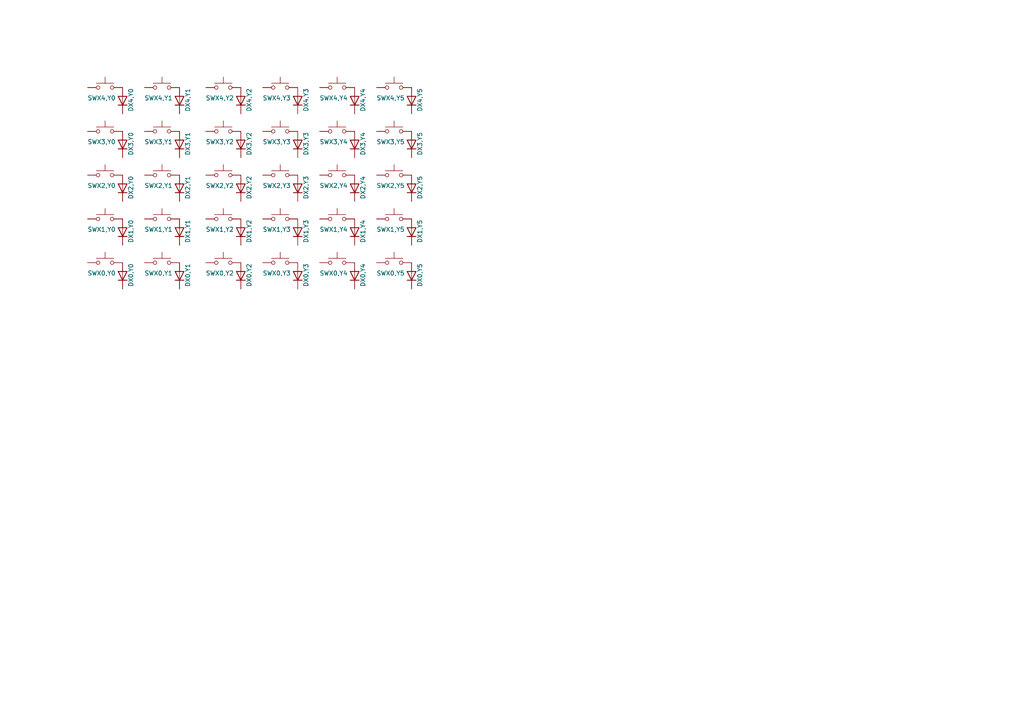
<source format=kicad_sch>
(kicad_sch (version 20231120) (generator "eeschema") (generator_version "8.0")
  (paper "A4")
  (lib_symbols
    (symbol "Diode:BAV16W" (pin_numbers hide) (pin_names hide)
      (property "Reference" "D" (at 0 2.54 0))
      (property "Value" "BAV16W" (at 0 -2.54 0))
      (symbol "BAV16W_0_1"
        (polyline (pts (xy -1.27 1.27) (xy -1.27 -1.27)) (stroke (width 0.254)))
        (polyline (pts (xy 1.27 0) (xy -1.27 0)))
        (polyline (pts (xy 1.27 1.27) (xy 1.27 -1.27) (xy -1.27 0) (xy 1.27 1.27)) (stroke (width 0.254)))
      )
      (symbol "BAV16W_1_1"
        (pin passive line (at -3.81 0 0) (length 2.54) (name "K") (number "1"))
        (pin passive line (at 3.81 0 180) (length 2.54) (name "A") (number "2"))
      )
    )
    (symbol "Switch:SW_Push" (pin_numbers hide) (pin_names (offset 1.016) hide)
      (property "Reference" "SW" (at 1.27 2.54 0))
      (property "Value" "SW_Push" (at 0 -1.524 0))
      (symbol "SW_Push_0_1"
        (circle (center -2.032 0) (radius 0.508))
        (polyline (pts (xy 0 1.27) (xy 0 3.048)))
        (polyline (pts (xy 2.54 1.27) (xy -2.54 1.27)))
        (circle (center 2.032 0) (radius 0.508))
        (pin passive line (at -5.08 0 0) (length 2.54) (name "1") (number "1"))
        (pin passive line (at 5.08 0 180) (length 2.54) (name "2") (number "2"))
      )
    )
  )
  (symbol (lib_id "Switch:SW_Push") (at 30.48 25.4 0) (unit 1)
    (property "Reference" "SWX4,Y0" (at 29.464 28.448 0))
    (property "Value" "SW_Push" (effects (hide yes)))
    (property "Description" "Push button switch, generic, two pins" (effects (hide yes)))
  )
  (symbol (lib_id "Switch:SW_Push") (at 81.28 38.1 0) (unit 1)
    (property "Reference" "SWX3,Y3" (at 80.264 41.148 0))
    (property "Value" "SW_Push" (effects (hide yes)))
    (property "Description" "Push button switch, generic, two pins" (effects (hide yes)))
  )
  (symbol (lib_id "Switch:SW_Push") (at 81.28 50.8 0) (unit 1)
    (property "Reference" "SWX2,Y3" (at 80.264 53.848 0))
    (property "Value" "SW_Push" (effects (hide yes)))
    (property "Description" "Push button switch, generic, two pins" (effects (hide yes)))
  )
  (symbol (lib_id "Switch:SW_Push") (at 64.77 50.8 0) (unit 1)
    (property "Reference" "SWX2,Y2" (at 63.754 53.848 0))
    (property "Value" "SW_Push" (effects (hide yes)))
    (property "Description" "Push button switch, generic, two pins" (effects (hide yes)))
  )
  (symbol (lib_id "Diode:BAV16W") (at 69.85 54.61 90) (unit 1)
    (property "Reference" "DX2,Y2" (at 72.2467 50.9905 0) (effects (justify right)))
    (property "Value" "BAV16W" (effects (hide yes)))
    (property "Footprint" "Diode_SMD:D_SOD-123" (effects (hide yes)))
    (property "Datasheet" "https://www.diodes.com/assets/Datasheets/ds30086.pdf" (effects (hide yes)))
    (property "Description" "75V 0.15A Fast Switching Diode, SOD-123" (effects (hide yes)))
    (property "Sim.Device" "D" (effects (hide yes)))
    (property "Sim.Pins" "1=K 2=A" (effects (hide yes)))
  )
  (symbol (lib_id "Switch:SW_Push") (at 46.99 76.2 0) (unit 1)
    (property "Reference" "SWX0,Y1" (at 45.974 79.248 0))
    (property "Value" "SW_Push" (effects (hide yes)))
    (property "Description" "Push button switch, generic, two pins" (effects (hide yes)))
  )
  (symbol (lib_id "Diode:BAV16W") (at 119.38 67.31 90) (unit 1)
    (property "Reference" "DX1,Y5" (at 121.7767 63.6905 0) (effects (justify right)))
    (property "Value" "BAV16W" (effects (hide yes)))
    (property "Footprint" "Diode_SMD:D_SOD-123" (effects (hide yes)))
    (property "Datasheet" "https://www.diodes.com/assets/Datasheets/ds30086.pdf" (effects (hide yes)))
    (property "Description" "75V 0.15A Fast Switching Diode, SOD-123" (effects (hide yes)))
    (property "Sim.Device" "D" (effects (hide yes)))
    (property "Sim.Pins" "1=K 2=A" (effects (hide yes)))
  )
  (symbol (lib_id "Switch:SW_Push") (at 97.79 50.8 0) (unit 1)
    (property "Reference" "SWX2,Y4" (at 96.774 53.848 0))
    (property "Value" "SW_Push" (effects (hide yes)))
    (property "Description" "Push button switch, generic, two pins" (effects (hide yes)))
  )
  (symbol (lib_id "Diode:BAV16W") (at 52.07 29.21 90) (unit 1)
    (property "Reference" "DX4,Y1" (at 54.4667 25.5905 0) (effects (justify right)))
    (property "Value" "BAV16W" (effects (hide yes)))
    (property "Footprint" "Diode_SMD:D_SOD-123" (effects (hide yes)))
    (property "Datasheet" "https://www.diodes.com/assets/Datasheets/ds30086.pdf" (effects (hide yes)))
    (property "Description" "75V 0.15A Fast Switching Diode, SOD-123" (effects (hide yes)))
    (property "Sim.Device" "D" (effects (hide yes)))
    (property "Sim.Pins" "1=K 2=A" (effects (hide yes)))
  )
  (symbol (lib_id "Switch:SW_Push") (at 64.77 76.2 0) (unit 1)
    (property "Reference" "SWX0,Y2" (at 63.754 79.248 0))
    (property "Value" "SW_Push" (effects (hide yes)))
    (property "Description" "Push button switch, generic, two pins" (effects (hide yes)))
  )
  (symbol (lib_id "Switch:SW_Push") (at 64.77 25.4 0) (unit 1)
    (property "Reference" "SWX4,Y2" (at 63.754 28.448 0))
    (property "Value" "SW_Push" (effects (hide yes)))
    (property "Description" "Push button switch, generic, two pins" (effects (hide yes)))
  )
  (symbol (lib_id "Switch:SW_Push") (at 46.99 50.8 0) (unit 1)
    (property "Reference" "SWX2,Y1" (at 45.974 53.848 0))
    (property "Value" "SW_Push" (effects (hide yes)))
    (property "Description" "Push button switch, generic, two pins" (effects (hide yes)))
  )
  (symbol (lib_id "Switch:SW_Push") (at 97.79 76.2 0) (unit 1)
    (property "Reference" "SWX0,Y4" (at 96.774 79.248 0))
    (property "Value" "SW_Push" (effects (hide yes)))
    (property "Description" "Push button switch, generic, two pins" (effects (hide yes)))
  )
  (symbol (lib_id "Diode:BAV16W") (at 102.87 80.01 90) (unit 1)
    (property "Reference" "DX0,Y4" (at 105.2667 76.3905 0) (effects (justify right)))
    (property "Value" "BAV16W" (effects (hide yes)))
    (property "Footprint" "Diode_SMD:D_SOD-123" (effects (hide yes)))
    (property "Datasheet" "https://www.diodes.com/assets/Datasheets/ds30086.pdf" (effects (hide yes)))
    (property "Description" "75V 0.15A Fast Switching Diode, SOD-123" (effects (hide yes)))
    (property "Sim.Device" "D" (effects (hide yes)))
    (property "Sim.Pins" "1=K 2=A" (effects (hide yes)))
  )
  (symbol (lib_id "Switch:SW_Push") (at 46.99 38.1 0) (unit 1)
    (property "Reference" "SWX3,Y1" (at 45.974 41.148 0))
    (property "Value" "SW_Push" (effects (hide yes)))
    (property "Description" "Push button switch, generic, two pins" (effects (hide yes)))
  )
  (symbol (lib_id "Diode:BAV16W") (at 86.36 67.31 90) (unit 1)
    (property "Reference" "DX1,Y3" (at 88.7567 63.6905 0) (effects (justify right)))
    (property "Value" "BAV16W" (effects (hide yes)))
    (property "Footprint" "Diode_SMD:D_SOD-123" (effects (hide yes)))
    (property "Datasheet" "https://www.diodes.com/assets/Datasheets/ds30086.pdf" (effects (hide yes)))
    (property "Description" "75V 0.15A Fast Switching Diode, SOD-123" (effects (hide yes)))
    (property "Sim.Device" "D" (effects (hide yes)))
    (property "Sim.Pins" "1=K 2=A" (effects (hide yes)))
  )
  (symbol (lib_id "Diode:BAV16W") (at 69.85 29.21 90) (unit 1)
    (property "Reference" "DX4,Y2" (at 72.2467 25.5905 0) (effects (justify right)))
    (property "Value" "BAV16W" (effects (hide yes)))
    (property "Footprint" "Diode_SMD:D_SOD-123" (effects (hide yes)))
    (property "Datasheet" "https://www.diodes.com/assets/Datasheets/ds30086.pdf" (effects (hide yes)))
    (property "Description" "75V 0.15A Fast Switching Diode, SOD-123" (effects (hide yes)))
    (property "Sim.Device" "D" (effects (hide yes)))
    (property "Sim.Pins" "1=K 2=A" (effects (hide yes)))
  )
  (symbol (lib_id "Switch:SW_Push") (at 46.99 63.5 0) (unit 1)
    (property "Reference" "SWX1,Y1" (at 45.974 66.548 0))
    (property "Value" "SW_Push" (effects (hide yes)))
    (property "Description" "Push button switch, generic, two pins" (effects (hide yes)))
  )
  (symbol (lib_id "Diode:BAV16W") (at 69.85 41.91 90) (unit 1)
    (property "Reference" "DX3,Y2" (at 72.2467 38.2905 0) (effects (justify right)))
    (property "Value" "BAV16W" (effects (hide yes)))
    (property "Footprint" "Diode_SMD:D_SOD-123" (effects (hide yes)))
    (property "Datasheet" "https://www.diodes.com/assets/Datasheets/ds30086.pdf" (effects (hide yes)))
    (property "Description" "75V 0.15A Fast Switching Diode, SOD-123" (effects (hide yes)))
    (property "Sim.Device" "D" (effects (hide yes)))
    (property "Sim.Pins" "1=K 2=A" (effects (hide yes)))
  )
  (symbol (lib_id "Switch:SW_Push") (at 114.3 50.8 0) (unit 1)
    (property "Reference" "SWX2,Y5" (at 113.284 53.848 0))
    (property "Value" "SW_Push" (effects (hide yes)))
    (property "Description" "Push button switch, generic, two pins" (effects (hide yes)))
  )
  (symbol (lib_id "Diode:BAV16W") (at 102.87 54.61 90) (unit 1)
    (property "Reference" "DX2,Y4" (at 105.2667 50.9905 0) (effects (justify right)))
    (property "Value" "BAV16W" (effects (hide yes)))
    (property "Footprint" "Diode_SMD:D_SOD-123" (effects (hide yes)))
    (property "Datasheet" "https://www.diodes.com/assets/Datasheets/ds30086.pdf" (effects (hide yes)))
    (property "Description" "75V 0.15A Fast Switching Diode, SOD-123" (effects (hide yes)))
    (property "Sim.Device" "D" (effects (hide yes)))
    (property "Sim.Pins" "1=K 2=A" (effects (hide yes)))
  )
  (symbol (lib_id "Diode:BAV16W") (at 86.36 54.61 90) (unit 1)
    (property "Reference" "DX2,Y3" (at 88.7567 50.9905 0) (effects (justify right)))
    (property "Value" "BAV16W" (effects (hide yes)))
    (property "Footprint" "Diode_SMD:D_SOD-123" (effects (hide yes)))
    (property "Datasheet" "https://www.diodes.com/assets/Datasheets/ds30086.pdf" (effects (hide yes)))
    (property "Description" "75V 0.15A Fast Switching Diode, SOD-123" (effects (hide yes)))
    (property "Sim.Device" "D" (effects (hide yes)))
    (property "Sim.Pins" "1=K 2=A" (effects (hide yes)))
  )
  (symbol (lib_id "Diode:BAV16W") (at 35.56 41.91 90) (unit 1)
    (property "Reference" "DX3,Y0" (at 37.9567 38.2905 0) (effects (justify right)))
    (property "Value" "BAV16W" (effects (hide yes)))
    (property "Footprint" "Diode_SMD:D_SOD-123" (effects (hide yes)))
    (property "Datasheet" "https://www.diodes.com/assets/Datasheets/ds30086.pdf" (effects (hide yes)))
    (property "Description" "75V 0.15A Fast Switching Diode, SOD-123" (effects (hide yes)))
    (property "Sim.Device" "D" (effects (hide yes)))
    (property "Sim.Pins" "1=K 2=A" (effects (hide yes)))
  )
  (symbol (lib_id "Switch:SW_Push") (at 64.77 38.1 0) (unit 1)
    (property "Reference" "SWX3,Y2" (at 63.754 41.148 0))
    (property "Value" "SW_Push" (effects (hide yes)))
    (property "Description" "Push button switch, generic, two pins" (effects (hide yes)))
  )
  (symbol (lib_id "Diode:BAV16W") (at 35.56 29.21 90) (unit 1)
    (property "Reference" "DX4,Y0" (at 37.9567 25.5905 0) (effects (justify right)))
    (property "Value" "BAV16W" (effects (hide yes)))
    (property "Footprint" "Diode_SMD:D_SOD-123" (effects (hide yes)))
    (property "Datasheet" "https://www.diodes.com/assets/Datasheets/ds30086.pdf" (effects (hide yes)))
    (property "Description" "75V 0.15A Fast Switching Diode, SOD-123" (effects (hide yes)))
    (property "Sim.Device" "D" (effects (hide yes)))
    (property "Sim.Pins" "1=K 2=A" (effects (hide yes)))
  )
  (symbol (lib_id "Switch:SW_Push") (at 114.3 63.5 0) (unit 1)
    (property "Reference" "SWX1,Y5" (at 113.284 66.548 0))
    (property "Value" "SW_Push" (effects (hide yes)))
    (property "Description" "Push button switch, generic, two pins" (effects (hide yes)))
  )
  (symbol (lib_id "Switch:SW_Push") (at 114.3 38.1 0) (unit 1)
    (property "Reference" "SWX3,Y5" (at 113.284 41.148 0))
    (property "Value" "SW_Push" (effects (hide yes)))
    (property "Description" "Push button switch, generic, two pins" (effects (hide yes)))
  )
  (symbol (lib_id "Diode:BAV16W") (at 69.85 67.31 90) (unit 1)
    (property "Reference" "DX1,Y2" (at 72.2467 63.6905 0) (effects (justify right)))
    (property "Value" "BAV16W" (effects (hide yes)))
    (property "Footprint" "Diode_SMD:D_SOD-123" (effects (hide yes)))
    (property "Datasheet" "https://www.diodes.com/assets/Datasheets/ds30086.pdf" (effects (hide yes)))
    (property "Description" "75V 0.15A Fast Switching Diode, SOD-123" (effects (hide yes)))
    (property "Sim.Device" "D" (effects (hide yes)))
    (property "Sim.Pins" "1=K 2=A" (effects (hide yes)))
  )
  (symbol (lib_id "Diode:BAV16W") (at 52.07 54.61 90) (unit 1)
    (property "Reference" "DX2,Y1" (at 54.4667 50.9905 0) (effects (justify right)))
    (property "Value" "BAV16W" (effects (hide yes)))
    (property "Footprint" "Diode_SMD:D_SOD-123" (effects (hide yes)))
    (property "Datasheet" "https://www.diodes.com/assets/Datasheets/ds30086.pdf" (effects (hide yes)))
    (property "Description" "75V 0.15A Fast Switching Diode, SOD-123" (effects (hide yes)))
    (property "Sim.Device" "D" (effects (hide yes)))
    (property "Sim.Pins" "1=K 2=A" (effects (hide yes)))
  )
  (symbol (lib_id "Diode:BAV16W") (at 52.07 41.91 90) (unit 1)
    (property "Reference" "DX3,Y1" (at 54.4667 38.2905 0) (effects (justify right)))
    (property "Value" "BAV16W" (effects (hide yes)))
    (property "Footprint" "Diode_SMD:D_SOD-123" (effects (hide yes)))
    (property "Datasheet" "https://www.diodes.com/assets/Datasheets/ds30086.pdf" (effects (hide yes)))
    (property "Description" "75V 0.15A Fast Switching Diode, SOD-123" (effects (hide yes)))
    (property "Sim.Device" "D" (effects (hide yes)))
    (property "Sim.Pins" "1=K 2=A" (effects (hide yes)))
  )
  (symbol (lib_id "Switch:SW_Push") (at 114.3 25.4 0) (unit 1)
    (property "Reference" "SWX4,Y5" (at 113.284 28.448 0))
    (property "Value" "SW_Push" (effects (hide yes)))
    (property "Description" "Push button switch, generic, two pins" (effects (hide yes)))
  )
  (symbol (lib_id "Diode:BAV16W") (at 119.38 29.21 90) (unit 1)
    (property "Reference" "DX4,Y5" (at 121.7767 25.5905 0) (effects (justify right)))
    (property "Value" "BAV16W" (effects (hide yes)))
    (property "Footprint" "Diode_SMD:D_SOD-123" (effects (hide yes)))
    (property "Datasheet" "https://www.diodes.com/assets/Datasheets/ds30086.pdf" (effects (hide yes)))
    (property "Description" "75V 0.15A Fast Switching Diode, SOD-123" (effects (hide yes)))
    (property "Sim.Device" "D" (effects (hide yes)))
    (property "Sim.Pins" "1=K 2=A" (effects (hide yes)))
  )
  (symbol (lib_id "Switch:SW_Push") (at 81.28 76.2 0) (unit 1)
    (property "Reference" "SWX0,Y3" (at 80.264 79.248 0))
    (property "Value" "SW_Push" (effects (hide yes)))
    (property "Description" "Push button switch, generic, two pins" (effects (hide yes)))
  )
  (symbol (lib_id "Diode:BAV16W") (at 35.56 67.31 90) (unit 1)
    (property "Reference" "DX1,Y0" (at 37.9567 63.6905 0) (effects (justify right)))
    (property "Value" "BAV16W" (effects (hide yes)))
    (property "Footprint" "Diode_SMD:D_SOD-123" (effects (hide yes)))
    (property "Datasheet" "https://www.diodes.com/assets/Datasheets/ds30086.pdf" (effects (hide yes)))
    (property "Description" "75V 0.15A Fast Switching Diode, SOD-123" (effects (hide yes)))
    (property "Sim.Device" "D" (effects (hide yes)))
    (property "Sim.Pins" "1=K 2=A" (effects (hide yes)))
  )
  (symbol (lib_id "Diode:BAV16W") (at 52.07 67.31 90) (unit 1)
    (property "Reference" "DX1,Y1" (at 54.4667 63.6905 0) (effects (justify right)))
    (property "Value" "BAV16W" (effects (hide yes)))
    (property "Footprint" "Diode_SMD:D_SOD-123" (effects (hide yes)))
    (property "Datasheet" "https://www.diodes.com/assets/Datasheets/ds30086.pdf" (effects (hide yes)))
    (property "Description" "75V 0.15A Fast Switching Diode, SOD-123" (effects (hide yes)))
    (property "Sim.Device" "D" (effects (hide yes)))
    (property "Sim.Pins" "1=K 2=A" (effects (hide yes)))
  )
  (symbol (lib_id "Switch:SW_Push") (at 46.99 25.4 0) (unit 1)
    (property "Reference" "SWX4,Y1" (at 45.974 28.448 0))
    (property "Value" "SW_Push" (effects (hide yes)))
    (property "Description" "Push button switch, generic, two pins" (effects (hide yes)))
  )
  (symbol (lib_id "Switch:SW_Push") (at 97.79 63.5 0) (unit 1)
    (property "Reference" "SWX1,Y4" (at 96.774 66.548 0))
    (property "Value" "SW_Push" (effects (hide yes)))
    (property "Description" "Push button switch, generic, two pins" (effects (hide yes)))
  )
  (symbol (lib_id "Switch:SW_Push") (at 81.28 63.5 0) (unit 1)
    (property "Reference" "SWX1,Y3" (at 80.264 66.548 0))
    (property "Value" "SW_Push" (effects (hide yes)))
    (property "Description" "Push button switch, generic, two pins" (effects (hide yes)))
  )
  (symbol (lib_id "Diode:BAV16W") (at 35.56 80.01 90) (unit 1)
    (property "Reference" "DX0,Y0" (at 37.9567 76.3905 0) (effects (justify right)))
    (property "Value" "BAV16W" (effects (hide yes)))
    (property "Footprint" "Diode_SMD:D_SOD-123" (effects (hide yes)))
    (property "Datasheet" "https://www.diodes.com/assets/Datasheets/ds30086.pdf" (effects (hide yes)))
    (property "Description" "75V 0.15A Fast Switching Diode, SOD-123" (effects (hide yes)))
    (property "Sim.Device" "D" (effects (hide yes)))
    (property "Sim.Pins" "1=K 2=A" (effects (hide yes)))
  )
  (symbol (lib_id "Diode:BAV16W") (at 86.36 41.91 90) (unit 1)
    (property "Reference" "DX3,Y3" (at 88.7567 38.2905 0) (effects (justify right)))
    (property "Value" "BAV16W" (effects (hide yes)))
    (property "Footprint" "Diode_SMD:D_SOD-123" (effects (hide yes)))
    (property "Datasheet" "https://www.diodes.com/assets/Datasheets/ds30086.pdf" (effects (hide yes)))
    (property "Description" "75V 0.15A Fast Switching Diode, SOD-123" (effects (hide yes)))
    (property "Sim.Device" "D" (effects (hide yes)))
    (property "Sim.Pins" "1=K 2=A" (effects (hide yes)))
  )
  (symbol (lib_id "Diode:BAV16W") (at 119.38 80.01 90) (unit 1)
    (property "Reference" "DX0,Y5" (at 121.7767 76.3905 0) (effects (justify right)))
    (property "Value" "BAV16W" (effects (hide yes)))
    (property "Footprint" "Diode_SMD:D_SOD-123" (effects (hide yes)))
    (property "Datasheet" "https://www.diodes.com/assets/Datasheets/ds30086.pdf" (effects (hide yes)))
    (property "Description" "75V 0.15A Fast Switching Diode, SOD-123" (effects (hide yes)))
    (property "Sim.Device" "D" (effects (hide yes)))
    (property "Sim.Pins" "1=K 2=A" (effects (hide yes)))
  )
  (symbol (lib_id "Switch:SW_Push") (at 30.48 38.1 0) (unit 1)
    (property "Reference" "SWX3,Y0" (at 29.464 41.148 0))
    (property "Value" "SW_Push" (effects (hide yes)))
    (property "Description" "Push button switch, generic, two pins" (effects (hide yes)))
  )
  (symbol (lib_id "Diode:BAV16W") (at 52.07 80.01 90) (unit 1)
    (property "Reference" "DX0,Y1" (at 54.4667 76.3905 0) (effects (justify right)))
    (property "Value" "BAV16W" (effects (hide yes)))
    (property "Footprint" "Diode_SMD:D_SOD-123" (effects (hide yes)))
    (property "Datasheet" "https://www.diodes.com/assets/Datasheets/ds30086.pdf" (effects (hide yes)))
    (property "Description" "75V 0.15A Fast Switching Diode, SOD-123" (effects (hide yes)))
    (property "Sim.Device" "D" (effects (hide yes)))
    (property "Sim.Pins" "1=K 2=A" (effects (hide yes)))
  )
  (symbol (lib_id "Switch:SW_Push") (at 81.28 25.4 0) (unit 1)
    (property "Reference" "SWX4,Y3" (at 80.264 28.448 0))
    (property "Value" "SW_Push" (effects (hide yes)))
    (property "Description" "Push button switch, generic, two pins" (effects (hide yes)))
  )
  (symbol (lib_id "Diode:BAV16W") (at 69.85 80.01 90) (unit 1)
    (property "Reference" "DX0,Y2" (at 72.2467 76.3905 0) (effects (justify right)))
    (property "Value" "BAV16W" (effects (hide yes)))
    (property "Footprint" "Diode_SMD:D_SOD-123" (effects (hide yes)))
    (property "Datasheet" "https://www.diodes.com/assets/Datasheets/ds30086.pdf" (effects (hide yes)))
    (property "Description" "75V 0.15A Fast Switching Diode, SOD-123" (effects (hide yes)))
    (property "Sim.Device" "D" (effects (hide yes)))
    (property "Sim.Pins" "1=K 2=A" (effects (hide yes)))
  )
  (symbol (lib_id "Switch:SW_Push") (at 114.3 76.2 0) (unit 1)
    (property "Reference" "SWX0,Y5" (at 113.284 79.248 0))
    (property "Value" "SW_Push" (effects (hide yes)))
    (property "Description" "Push button switch, generic, two pins" (effects (hide yes)))
  )
  (symbol (lib_id "Diode:BAV16W") (at 102.87 29.21 90) (unit 1)
    (property "Reference" "DX4,Y4" (at 105.2667 25.5905 0) (effects (justify right)))
    (property "Value" "BAV16W" (effects (hide yes)))
    (property "Footprint" "Diode_SMD:D_SOD-123" (effects (hide yes)))
    (property "Datasheet" "https://www.diodes.com/assets/Datasheets/ds30086.pdf" (effects (hide yes)))
    (property "Description" "75V 0.15A Fast Switching Diode, SOD-123" (effects (hide yes)))
    (property "Sim.Device" "D" (effects (hide yes)))
    (property "Sim.Pins" "1=K 2=A" (effects (hide yes)))
  )
  (symbol (lib_id "Switch:SW_Push") (at 30.48 50.8 0) (unit 1)
    (property "Reference" "SWX2,Y0" (at 29.464 53.848 0))
    (property "Value" "SW_Push" (effects (hide yes)))
    (property "Description" "Push button switch, generic, two pins" (effects (hide yes)))
  )
  (symbol (lib_id "Diode:BAV16W") (at 86.36 29.21 90) (unit 1)
    (property "Reference" "DX4,Y3" (at 88.7567 25.5905 0) (effects (justify right)))
    (property "Value" "BAV16W" (effects (hide yes)))
    (property "Footprint" "Diode_SMD:D_SOD-123" (effects (hide yes)))
    (property "Datasheet" "https://www.diodes.com/assets/Datasheets/ds30086.pdf" (effects (hide yes)))
    (property "Description" "75V 0.15A Fast Switching Diode, SOD-123" (effects (hide yes)))
    (property "Sim.Device" "D" (effects (hide yes)))
    (property "Sim.Pins" "1=K 2=A" (effects (hide yes)))
  )
  (symbol (lib_id "Switch:SW_Push") (at 30.48 63.5 0) (unit 1)
    (property "Reference" "SWX1,Y0" (at 29.464 66.548 0))
    (property "Value" "SW_Push" (effects (hide yes)))
    (property "Description" "Push button switch, generic, two pins" (effects (hide yes)))
  )
  (symbol (lib_id "Switch:SW_Push") (at 64.77 63.5 0) (unit 1)
    (property "Reference" "SWX1,Y2" (at 63.754 66.548 0))
    (property "Value" "SW_Push" (effects (hide yes)))
    (property "Description" "Push button switch, generic, two pins" (effects (hide yes)))
  )
  (symbol (lib_id "Diode:BAV16W") (at 102.87 67.31 90) (unit 1)
    (property "Reference" "DX1,Y4" (at 105.2667 63.6905 0) (effects (justify right)))
    (property "Value" "BAV16W" (effects (hide yes)))
    (property "Footprint" "Diode_SMD:D_SOD-123" (effects (hide yes)))
    (property "Datasheet" "https://www.diodes.com/assets/Datasheets/ds30086.pdf" (effects (hide yes)))
    (property "Description" "75V 0.15A Fast Switching Diode, SOD-123" (effects (hide yes)))
    (property "Sim.Device" "D" (effects (hide yes)))
    (property "Sim.Pins" "1=K 2=A" (effects (hide yes)))
  )
  (symbol (lib_id "Diode:BAV16W") (at 102.87 41.91 90) (unit 1)
    (property "Reference" "DX3,Y4" (at 105.2667 38.2905 0) (effects (justify right)))
    (property "Value" "BAV16W" (effects (hide yes)))
    (property "Footprint" "Diode_SMD:D_SOD-123" (effects (hide yes)))
    (property "Datasheet" "https://www.diodes.com/assets/Datasheets/ds30086.pdf" (effects (hide yes)))
    (property "Description" "75V 0.15A Fast Switching Diode, SOD-123" (effects (hide yes)))
    (property "Sim.Device" "D" (effects (hide yes)))
    (property "Sim.Pins" "1=K 2=A" (effects (hide yes)))
  )
  (symbol (lib_id "Switch:SW_Push") (at 97.79 38.1 0) (unit 1)
    (property "Reference" "SWX3,Y4" (at 96.774 41.148 0))
    (property "Value" "SW_Push" (effects (hide yes)))
    (property "Description" "Push button switch, generic, two pins" (effects (hide yes)))
  )
  (symbol (lib_id "Diode:BAV16W") (at 86.36 80.01 90) (unit 1)
    (property "Reference" "DX0,Y3" (at 88.7567 76.3905 0) (effects (justify right)))
    (property "Value" "BAV16W" (effects (hide yes)))
    (property "Footprint" "Diode_SMD:D_SOD-123" (effects (hide yes)))
    (property "Datasheet" "https://www.diodes.com/assets/Datasheets/ds30086.pdf" (effects (hide yes)))
    (property "Description" "75V 0.15A Fast Switching Diode, SOD-123" (effects (hide yes)))
    (property "Sim.Device" "D" (effects (hide yes)))
    (property "Sim.Pins" "1=K 2=A" (effects (hide yes)))
  )
  (symbol (lib_id "Switch:SW_Push") (at 97.79 25.4 0) (unit 1)
    (property "Reference" "SWX4,Y4" (at 96.774 28.448 0))
    (property "Value" "SW_Push" (effects (hide yes)))
    (property "Description" "Push button switch, generic, two pins" (effects (hide yes)))
  )
  (symbol (lib_id "Diode:BAV16W") (at 119.38 41.91 90) (unit 1)
    (property "Reference" "DX3,Y5" (at 121.7767 38.2905 0) (effects (justify right)))
    (property "Value" "BAV16W" (effects (hide yes)))
    (property "Footprint" "Diode_SMD:D_SOD-123" (effects (hide yes)))
    (property "Datasheet" "https://www.diodes.com/assets/Datasheets/ds30086.pdf" (effects (hide yes)))
    (property "Description" "75V 0.15A Fast Switching Diode, SOD-123" (effects (hide yes)))
    (property "Sim.Device" "D" (effects (hide yes)))
    (property "Sim.Pins" "1=K 2=A" (effects (hide yes)))
  )
  (symbol (lib_id "Switch:SW_Push") (at 30.48 76.2 0) (unit 1)
    (property "Reference" "SWX0,Y0" (at 29.464 79.248 0))
    (property "Value" "SW_Push" (effects (hide yes)))
    (property "Description" "Push button switch, generic, two pins" (effects (hide yes)))
  )
  (symbol (lib_id "Diode:BAV16W") (at 119.38 54.61 90) (unit 1)
    (property "Reference" "DX2,Y5" (at 121.7767 50.9905 0) (effects (justify right)))
    (property "Value" "BAV16W" (effects (hide yes)))
    (property "Footprint" "Diode_SMD:D_SOD-123" (effects (hide yes)))
    (property "Datasheet" "https://www.diodes.com/assets/Datasheets/ds30086.pdf" (effects (hide yes)))
    (property "Description" "75V 0.15A Fast Switching Diode, SOD-123" (effects (hide yes)))
    (property "Sim.Device" "D" (effects (hide yes)))
    (property "Sim.Pins" "1=K 2=A" (effects (hide yes)))
  )
  (symbol (lib_id "Diode:BAV16W") (at 35.56 54.61 90) (unit 1)
    (property "Reference" "DX2,Y0" (at 37.9567 50.9905 0) (effects (justify right)))
    (property "Value" "BAV16W" (effects (hide yes)))
    (property "Footprint" "Diode_SMD:D_SOD-123" (effects (hide yes)))
    (property "Datasheet" "https://www.diodes.com/assets/Datasheets/ds30086.pdf" (effects (hide yes)))
    (property "Description" "75V 0.15A Fast Switching Diode, SOD-123" (effects (hide yes)))
    (property "Sim.Device" "D" (effects (hide yes)))
    (property "Sim.Pins" "1=K 2=A" (effects (hide yes)))
  )
)
</source>
